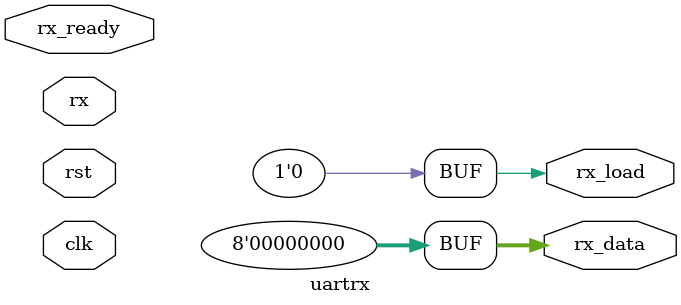
<source format=v>
module uartrx(
    input clk, input rst,

    output rx_load,
    output [7:0] rx_data,
    input rx_ready,
    input rx);

    assign rx_load = 0;
    assign rx_data = 8'h00;

    //wire [0:6] value;
    //reg [31:0] counter = 0;

    //reg [7:0] rxreg;

    //always@(posedge clk)
    //    counter <= counter + 1;

    //assign value = counter[31:25];

    //localparam tx_divider = 4'd11;
    //reg [$clog2(tx_divider)-1:0] tx_counter;
    //reg [11:0] shift_reg;

    //reg [3:0] bit_count;
    //always @(posedge clk or posedge rst)
    //begin
    //    if(rst) begin
    //        shift_reg <= 12'hfff;
    //        bit_count <= 0;
    //    end else if(tx_load) begin
    //        shift_reg <= {2'b11, tx_data, 2'b01};
    //        bit_count <= 12;
    //    end else if(tx_counter == 0 && bit_count != 0) begin
    //        shift_reg <= {1'b1, shift_reg[11:1]};
    //        bit_count <= bit_count - 1'b1;
    //    end
    //end
    //assign tx = shift_reg[0];
    //assign tx_ready = bit_count == 0 ? 1'b1 : 1'b0;

    //always @(posedge clk or posedge rst)
    //begin
    //    if(rst)
    //        tx_counter <= tx_divider;
    //    else if(tx_counter == 0)
    //        tx_counter <= tx_divider;
    //    else
    //        tx_counter <= tx_counter - 4'd1;
    //end
endmodule

</source>
